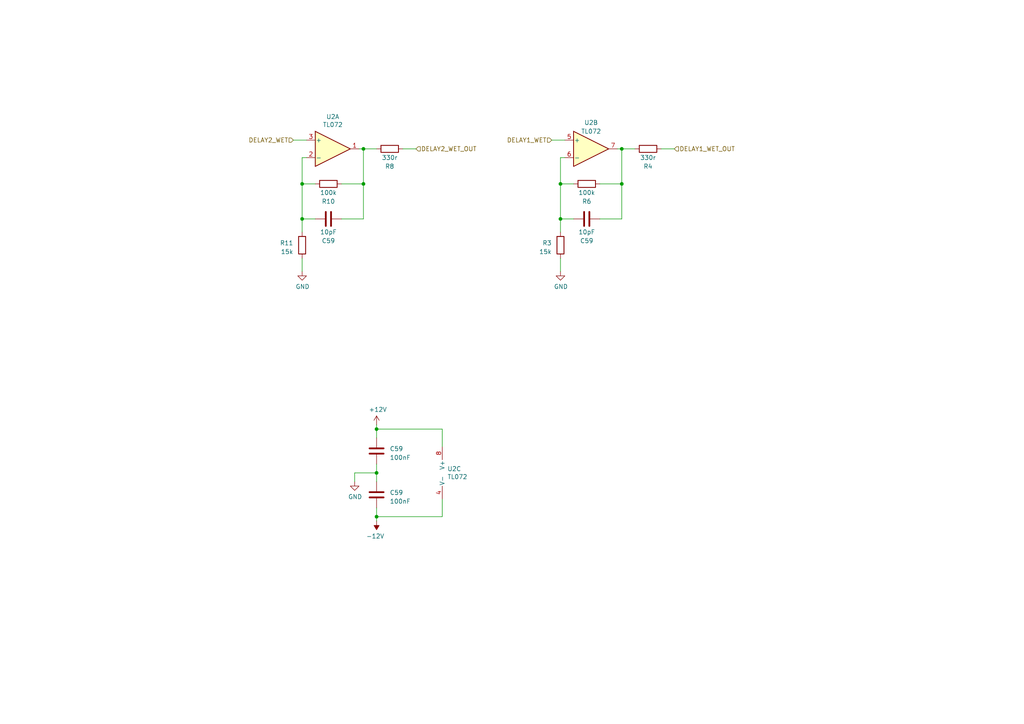
<source format=kicad_sch>
(kicad_sch (version 20230121) (generator eeschema)
  (paper "A4")
  (title_block (date "2022-03-04") (rev "v05") (comment 2 "creativecommons.org/licenses/by/4.0/") (comment 3 "License: CC BY 4.0") (comment 4 "Author: Guy John"))
  (lib_symbols
    (symbol "Amplifier_Operational:TL072" (pin_names (offset 0.127))
      (property "Reference" "U" (at 0 5.08 0))
      (property "Value" "TL072" (at 0 -5.08 0))
      (symbol "TL072_1_1"
        (polyline (pts (xy -5.08 5.08) (xy 5.08 0) (xy -5.08 -5.08) (xy -5.08 5.08)) (stroke (width 0.254)) (fill (type background)))
        (pin output line (at 7.62 0 180) (length 2.54) (name "~") (number "1"))
        (pin input line (at -7.62 -2.54 0) (length 2.54) (name "-") (number "2"))
        (pin input line (at -7.62 2.54 0) (length 2.54) (name "+") (number "3"))
      )
      (symbol "TL072_2_1"
        (polyline (pts (xy -5.08 5.08) (xy 5.08 0) (xy -5.08 -5.08) (xy -5.08 5.08)) (stroke (width 0.254)) (fill (type background)))
        (pin input line (at -7.62 2.54 0) (length 2.54) (name "+") (number "5"))
        (pin input line (at -7.62 -2.54 0) (length 2.54) (name "-") (number "6"))
        (pin output line (at 7.62 0 180) (length 2.54) (name "~") (number "7"))
      )
      (symbol "TL072_3_1"
        (pin power_in line (at -2.54 -7.62 90) (length 3.81) (name "V-") (number "4"))
        (pin power_in line (at -2.54 7.62 270) (length 3.81) (name "V+") (number "8"))
      )
    )
    (symbol "Rumblesan Standard Parts:C" (pin_numbers hide) (pin_names (offset 0.254) hide)
      (property "Reference" "C?" (at -6.35 0 90))
      (property "Value" "C" (at -3.81 0 90))
      (symbol "C_0_1"
        (polyline (pts (xy -2.032 -0.762) (xy 2.032 -0.762)) (stroke (width 0.508)))
        (polyline (pts (xy -2.032 0.762) (xy 2.032 0.762)) (stroke (width 0.508)))
      )
      (symbol "C_1_1"
        (pin passive line (at 0 3.81 270) (length 2.794) (name "~") (number "1"))
        (pin passive line (at 0 -3.81 90) (length 2.794) (name "~") (number "2"))
      )
    )
    (symbol "Rumblesan Standard Parts:R" (pin_numbers hide) (pin_names (offset 0))
      (property "Reference" "R?" (at -5.08 0 90))
      (property "Value" "R" (at -2.54 0 90))
      (symbol "R_0_1"
        (rectangle (start 1.016 2.54) (end -1.016 -2.54) (stroke (width 0.254)))
      )
      (symbol "R_1_1"
        (pin passive line (at 0 -3.81 90) (length 1.27) (name "~") (number "1"))
        (pin passive line (at 0 3.81 270) (length 1.27) (name "~") (number "2"))
      )
    )
    (symbol "power:+12V" (power) (pin_names (offset 0))
      (property "Value" "+12V" (at 0 3.556 0))
      (symbol "+12V_0_1"
        (polyline (pts (xy -0.762 1.27) (xy 0 2.54)))
        (polyline (pts (xy 0 0) (xy 0 2.54)))
        (polyline (pts (xy 0 2.54) (xy 0.762 1.27)))
      )
      (symbol "+12V_1_1"
        (pin power_in line (at 0 0 90) (length 0) hide (name "+12V") (number "1"))
      )
    )
    (symbol "power:-12V" (power) (pin_names (offset 0))
      (property "Value" "-12V" (at 0 3.81 0))
      (symbol "-12V_0_0"
        (pin power_in line (at 0 0 90) (length 0) hide (name "-12V") (number "1"))
      )
      (symbol "-12V_0_1"
        (polyline (pts (xy 0 0) (xy 0 1.27) (xy 0.762 1.27) (xy 0 2.54) (xy -0.762 1.27) (xy 0 1.27)) (fill (type outline)))
      )
    )
    (symbol "power:GND" (power) (pin_names (offset 0))
      (property "Value" "GND" (at 0 -3.81 0))
      (symbol "GND_0_1"
        (polyline (pts (xy 0 0) (xy 0 -1.27) (xy 1.27 -1.27) (xy 0 -2.54) (xy -1.27 -1.27) (xy 0 -1.27)))
      )
      (symbol "GND_1_1"
        (pin power_in line (at 0 0 270) (length 0) hide (name "GND") (number "1"))
      )
    )
  )
  (junction (at 109.22 124.46))
  (junction (at 180.34 43.18))
  (junction (at 162.56 63.5))
  (junction (at 162.56 53.34))
  (junction (at 87.63 53.34))
  (junction (at 109.22 149.86))
  (junction (at 105.41 43.18))
  (junction (at 180.34 53.34))
  (junction (at 105.41 53.34))
  (junction (at 109.22 137.16))
  (junction (at 87.63 63.5))
  (wire (pts (xy 105.41 43.18) (xy 109.22 43.18)))
  (wire (pts (xy 109.22 139.7) (xy 109.22 137.16)))
  (wire (pts (xy 85.09 40.64) (xy 88.9 40.64)))
  (wire (pts (xy 128.27 124.46) (xy 128.27 129.54)))
  (wire (pts (xy 173.99 63.5) (xy 180.34 63.5)))
  (wire (pts (xy 99.06 53.34) (xy 105.41 53.34)))
  (wire (pts (xy 102.87 137.16) (xy 102.87 139.7)))
  (wire (pts (xy 109.22 149.86) (xy 128.27 149.86)))
  (wire (pts (xy 109.22 124.46) (xy 128.27 124.46)))
  (wire (pts (xy 109.22 124.46) (xy 109.22 127)))
  (wire (pts (xy 179.07 43.18) (xy 180.34 43.18)))
  (wire (pts (xy 87.63 63.5) (xy 87.63 67.31)))
  (wire (pts (xy 191.77 43.18) (xy 195.58 43.18)))
  (wire (pts (xy 180.34 53.34) (xy 180.34 43.18)))
  (wire (pts (xy 116.84 43.18) (xy 120.65 43.18)))
  (wire (pts (xy 162.56 74.93) (xy 162.56 78.74)))
  (wire (pts (xy 104.14 43.18) (xy 105.41 43.18)))
  (wire (pts (xy 160.02 40.64) (xy 163.83 40.64)))
  (wire (pts (xy 128.27 149.86) (xy 128.27 144.78)))
  (wire (pts (xy 109.22 149.86) (xy 109.22 147.32)))
  (wire (pts (xy 105.41 53.34) (xy 105.41 43.18)))
  (wire (pts (xy 87.63 53.34) (xy 87.63 63.5)))
  (wire (pts (xy 162.56 53.34) (xy 166.37 53.34)))
  (wire (pts (xy 162.56 45.72) (xy 162.56 53.34)))
  (wire (pts (xy 105.41 63.5) (xy 105.41 53.34)))
  (wire (pts (xy 180.34 63.5) (xy 180.34 53.34)))
  (wire (pts (xy 99.06 63.5) (xy 105.41 63.5)))
  (wire (pts (xy 180.34 43.18) (xy 184.15 43.18)))
  (wire (pts (xy 162.56 63.5) (xy 162.56 67.31)))
  (wire (pts (xy 109.22 151.13) (xy 109.22 149.86)))
  (wire (pts (xy 162.56 63.5) (xy 166.37 63.5)))
  (wire (pts (xy 87.63 63.5) (xy 91.44 63.5)))
  (wire (pts (xy 109.22 137.16) (xy 102.87 137.16)))
  (wire (pts (xy 87.63 45.72) (xy 88.9 45.72)))
  (wire (pts (xy 87.63 45.72) (xy 87.63 53.34)))
  (wire (pts (xy 162.56 45.72) (xy 163.83 45.72)))
  (wire (pts (xy 162.56 53.34) (xy 162.56 63.5)))
  (wire (pts (xy 109.22 124.46) (xy 109.22 123.19)))
  (wire (pts (xy 109.22 137.16) (xy 109.22 134.62)))
  (wire (pts (xy 173.99 53.34) (xy 180.34 53.34)))
  (wire (pts (xy 87.63 53.34) (xy 91.44 53.34)))
  (wire (pts (xy 87.63 74.93) (xy 87.63 78.74)))
  (hierarchical_label "DELAY2_WET" (shape input) (at 85.09 40.64 180))
  (hierarchical_label "DELAY1_WET" (shape input) (at 160.02 40.64 180))
  (hierarchical_label "DELAY1_WET_OUT" (shape input) (at 195.58 43.18 0))
  (hierarchical_label "DELAY2_WET_OUT" (shape input) (at 120.65 43.18 0))
  (symbol (lib_id "Amplifier_Operational:TL072") (at 171.45 43.18 0) (unit 2)
    (property "Reference" "U2" (at 171.45 35.56 0))
    (property "Value" "TL072" (at 171.45 38.1 0))
    (property "Footprint" "Package_DIP:DIP-8_W7.62mm_Socket" (effects hide))
    (property "Datasheet" "http://www.ti.com/lit/ds/symlink/tl071.pdf" (effects hide))
  )
  (symbol (lib_id "Amplifier_Operational:TL072") (at 96.52 43.18 0) (unit 1)
    (property "Reference" "U2" (at 96.52 33.8582 0))
    (property "Value" "TL072" (at 96.52 36.1696 0))
    (property "Footprint" "Package_DIP:DIP-8_W7.62mm_Socket" (effects hide))
    (property "Datasheet" "http://www.ti.com/lit/ds/symlink/tl071.pdf" (effects hide))
  )
  (symbol (lib_id "Amplifier_Operational:TL072") (at 130.81 137.16 0) (unit 3)
    (property "Reference" "U2" (at 129.7432 135.9916 0) (effects (justify left)))
    (property "Value" "TL072" (at 129.7432 138.303 0) (effects (justify left)))
    (property "Footprint" "Package_DIP:DIP-8_W7.62mm_Socket" (effects hide))
    (property "Datasheet" "http://www.ti.com/lit/ds/symlink/tl071.pdf" (effects hide))
  )
  (symbol (lib_id "power:-12V") (at 109.22 151.13 180) (unit 1)
    (property "Reference" "#PWR0155" (effects hide))
    (property "Value" "-12V" (at 108.839 155.5242 0))
  )
  (symbol (lib_id "power:+12V") (at 109.22 123.19 0) (unit 1)
    (property "Reference" "#PWR0154" (effects hide))
    (property "Value" "+12V" (at 109.601 118.7958 0))
  )
  (symbol (lib_id "Rumblesan Standard Parts:C") (at 109.22 130.81 180) (unit 1)
    (property "Reference" "C59" (at 113.03 130.175 0) (effects (justify right)))
    (property "Value" "100nF" (at 113.03 132.715 0) (effects (justify right)))
    (property "Footprint" "Rumblesan_Standard_Parts:C_Rect_L7.0mm_W3.5mm_P5.00mm" (effects hide))
    (property "Spec" "ceramic X7R" (effects hide))
    (property "Tolerance" "5%" (effects hide))
    (instances (project "dual-digi-delay" (path "" (reference "C59") (unit 1)) (path "" (reference "C1") (unit 1))))
  )
  (symbol (lib_id "Rumblesan Standard Parts:R") (at 113.03 43.18 90) (mirror x) (unit 1)
    (property "Reference" "R8" (at 113.03 48.26 90))
    (property "Value" "330r" (at 113.03 45.72 90))
    (property "Footprint" "Rumblesan_Standard_Parts:R_Axial_DIN0207_L6.3mm_D2.5mm_P10.16mm_Horizontal" (effects hide))
    (property "Tolerance" "1%" (effects hide))
    (property "Power" "0.5W" (effects hide))
    (property "Spec" "metal film" (effects hide))
  )
  (symbol (lib_id "Rumblesan Standard Parts:R") (at 162.56 71.12 0) (mirror y) (unit 1)
    (property "Reference" "R3" (at 160.02 70.485 0) (effects (justify left)))
    (property "Value" "15k" (at 160.02 73.025 0) (effects (justify left)))
    (property "Footprint" "Rumblesan_Standard_Parts:R_Axial_DIN0207_L6.3mm_D2.5mm_P10.16mm_Horizontal" (effects hide))
    (property "Tolerance" "1%" (effects hide))
    (property "Power" "0.5W" (effects hide))
    (property "Spec" "metal film" (effects hide))
  )
  (symbol (lib_id "Rumblesan Standard Parts:C") (at 109.22 143.51 180) (unit 1)
    (property "Reference" "C59" (at 113.03 142.875 0) (effects (justify right)))
    (property "Value" "100nF" (at 113.03 145.415 0) (effects (justify right)))
    (property "Footprint" "Rumblesan_Standard_Parts:C_Rect_L7.0mm_W3.5mm_P5.00mm" (effects hide))
    (property "Spec" "ceramic X7R" (effects hide))
    (property "Tolerance" "5%" (effects hide))
    (instances (project "dual-digi-delay" (path "" (reference "C59") (unit 1)) (path "" (reference "C6") (unit 1))))
  )
  (symbol (lib_id "Rumblesan Standard Parts:C") (at 170.18 63.5 270) (mirror x) (unit 1)
    (property "Reference" "C59" (at 170.18 69.85 90))
    (property "Value" "10pF" (at 170.18 67.31 90))
    (property "Footprint" "Rumblesan_Standard_Parts:C_Rect_L7.0mm_W3.5mm_P5.00mm" (effects hide))
    (property "Spec" "ceramic C0G" (effects hide))
    (property "Tolerance" "5%" (effects hide))
    (instances (project "dual-digi-delay" (path "" (reference "C59") (unit 1)) (path "" (reference "C3") (unit 1))))
  )
  (symbol (lib_id "Rumblesan Standard Parts:R") (at 170.18 53.34 90) (mirror x) (unit 1)
    (property "Reference" "R6" (at 170.18 58.42 90))
    (property "Value" "100k" (at 170.18 55.88 90))
    (property "Footprint" "Rumblesan_Standard_Parts:R_Axial_DIN0207_L6.3mm_D2.5mm_P10.16mm_Horizontal" (effects hide))
    (property "Tolerance" "1%" (effects hide))
    (property "Power" "0.5W" (effects hide))
    (property "Spec" "metal film" (effects hide))
  )
  (symbol (lib_id "Rumblesan Standard Parts:R") (at 187.96 43.18 90) (mirror x) (unit 1)
    (property "Reference" "R4" (at 187.96 48.26 90))
    (property "Value" "330r" (at 187.96 45.72 90))
    (property "Footprint" "Rumblesan_Standard_Parts:R_Axial_DIN0207_L6.3mm_D2.5mm_P10.16mm_Horizontal" (effects hide))
    (property "Tolerance" "1%" (effects hide))
    (property "Power" "0.5W" (effects hide))
    (property "Spec" "metal film" (effects hide))
  )
  (symbol (lib_id "power:GND") (at 87.63 78.74 0) (unit 1)
    (property "Reference" "#PWR0152" (effects hide))
    (property "Value" "GND" (at 87.757 83.1342 0))
  )
  (symbol (lib_id "Rumblesan Standard Parts:R") (at 95.25 53.34 90) (mirror x) (unit 1)
    (property "Reference" "R10" (at 95.25 58.42 90))
    (property "Value" "100k" (at 95.25 55.88 90))
    (property "Footprint" "Rumblesan_Standard_Parts:R_Axial_DIN0207_L6.3mm_D2.5mm_P10.16mm_Horizontal" (effects hide))
    (property "Tolerance" "1%" (effects hide))
    (property "Power" "0.5W" (effects hide))
    (property "Spec" "metal film" (effects hide))
  )
  (symbol (lib_id "Rumblesan Standard Parts:C") (at 95.25 63.5 270) (mirror x) (unit 1)
    (property "Reference" "C59" (at 95.25 69.85 90))
    (property "Value" "10pF" (at 95.25 67.31 90))
    (property "Footprint" "Rumblesan_Standard_Parts:C_Rect_L7.0mm_W3.5mm_P5.00mm" (effects hide))
    (property "Spec" "ceramic C0G" (effects hide))
    (property "Tolerance" "5%" (effects hide))
    (instances (project "dual-digi-delay" (path "" (reference "C59") (unit 1)) (path "" (reference "C7") (unit 1))))
  )
  (symbol (lib_id "power:GND") (at 102.87 139.7 0) (unit 1)
    (property "Reference" "#PWR0153" (effects hide))
    (property "Value" "GND" (at 102.997 144.0942 0))
  )
  (symbol (lib_id "Rumblesan Standard Parts:R") (at 87.63 71.12 0) (mirror y) (unit 1)
    (property "Reference" "R11" (at 85.09 70.485 0) (effects (justify left)))
    (property "Value" "15k" (at 85.09 73.025 0) (effects (justify left)))
    (property "Footprint" "Rumblesan_Standard_Parts:R_Axial_DIN0207_L6.3mm_D2.5mm_P10.16mm_Horizontal" (effects hide))
    (property "Tolerance" "1%" (effects hide))
    (property "Power" "0.5W" (effects hide))
    (property "Spec" "metal film" (effects hide))
  )
  (symbol (lib_id "power:GND") (at 162.56 78.74 0) (unit 1)
    (property "Reference" "#PWR0151" (effects hide))
    (property "Value" "GND" (at 162.687 83.1342 0))
  )
)
</source>
